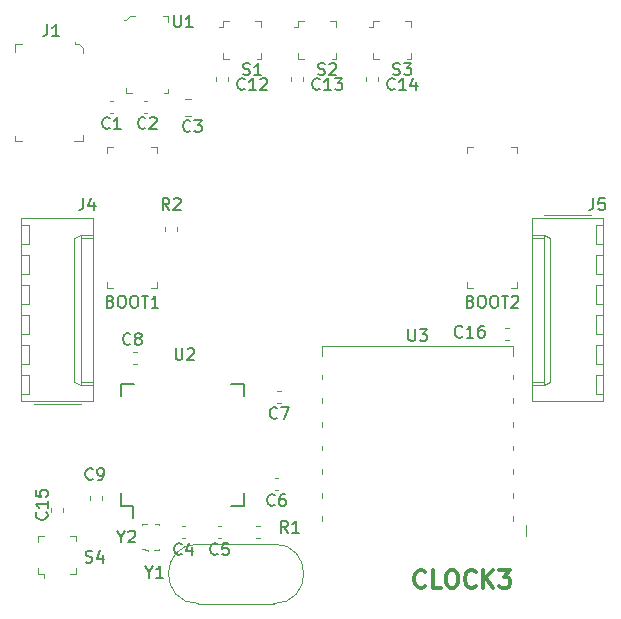
<source format=gto>
G04 #@! TF.GenerationSoftware,KiCad,Pcbnew,(5.0.1-dev-5-g30da1a3b0)*
G04 #@! TF.CreationDate,2018-07-23T01:39:50-07:00*
G04 #@! TF.ProjectId,clock3,636C6F636B332E6B696361645F706362,rev?*
G04 #@! TF.SameCoordinates,Original*
G04 #@! TF.FileFunction,Legend,Top*
G04 #@! TF.FilePolarity,Positive*
%FSLAX46Y46*%
G04 Gerber Fmt 4.6, Leading zero omitted, Abs format (unit mm)*
G04 Created by KiCad (PCBNEW (5.0.1-dev-5-g30da1a3b0)) date Mon Jul 23 01:39:50 2018*
%MOMM*%
%LPD*%
G01*
G04 APERTURE LIST*
%ADD10C,0.300000*%
%ADD11C,0.100000*%
%ADD12C,0.120000*%
%ADD13C,0.150000*%
G04 APERTURE END LIST*
D10*
X136557142Y-124995714D02*
X136485714Y-125067142D01*
X136271428Y-125138571D01*
X136128571Y-125138571D01*
X135914285Y-125067142D01*
X135771428Y-124924285D01*
X135700000Y-124781428D01*
X135628571Y-124495714D01*
X135628571Y-124281428D01*
X135700000Y-123995714D01*
X135771428Y-123852857D01*
X135914285Y-123710000D01*
X136128571Y-123638571D01*
X136271428Y-123638571D01*
X136485714Y-123710000D01*
X136557142Y-123781428D01*
X137914285Y-125138571D02*
X137200000Y-125138571D01*
X137200000Y-123638571D01*
X138700000Y-123638571D02*
X138985714Y-123638571D01*
X139128571Y-123710000D01*
X139271428Y-123852857D01*
X139342857Y-124138571D01*
X139342857Y-124638571D01*
X139271428Y-124924285D01*
X139128571Y-125067142D01*
X138985714Y-125138571D01*
X138700000Y-125138571D01*
X138557142Y-125067142D01*
X138414285Y-124924285D01*
X138342857Y-124638571D01*
X138342857Y-124138571D01*
X138414285Y-123852857D01*
X138557142Y-123710000D01*
X138700000Y-123638571D01*
X140842857Y-124995714D02*
X140771428Y-125067142D01*
X140557142Y-125138571D01*
X140414285Y-125138571D01*
X140200000Y-125067142D01*
X140057142Y-124924285D01*
X139985714Y-124781428D01*
X139914285Y-124495714D01*
X139914285Y-124281428D01*
X139985714Y-123995714D01*
X140057142Y-123852857D01*
X140200000Y-123710000D01*
X140414285Y-123638571D01*
X140557142Y-123638571D01*
X140771428Y-123710000D01*
X140842857Y-123781428D01*
X141485714Y-125138571D02*
X141485714Y-123638571D01*
X142342857Y-125138571D02*
X141700000Y-124281428D01*
X142342857Y-123638571D02*
X141485714Y-124495714D01*
X142842857Y-123638571D02*
X143771428Y-123638571D01*
X143271428Y-124210000D01*
X143485714Y-124210000D01*
X143628571Y-124281428D01*
X143700000Y-124352857D01*
X143771428Y-124495714D01*
X143771428Y-124852857D01*
X143700000Y-124995714D01*
X143628571Y-125067142D01*
X143485714Y-125138571D01*
X143057142Y-125138571D01*
X142914285Y-125067142D01*
X142842857Y-124995714D01*
D11*
G04 #@! TO.C,BOOT1*
X109660000Y-99740000D02*
X109660000Y-99240000D01*
X109660000Y-99740000D02*
X110160000Y-99740000D01*
X109660000Y-87840000D02*
X109660000Y-88340000D01*
X109660000Y-87840000D02*
X110160000Y-87840000D01*
X113860000Y-87840000D02*
X113860000Y-88340000D01*
X113860000Y-87840000D02*
X113360000Y-87840000D01*
X113860000Y-99740000D02*
X113360000Y-99740000D01*
X113860000Y-99740000D02*
X113860000Y-99240000D01*
G04 #@! TO.C,BOOT2*
X144340000Y-99740000D02*
X144340000Y-99240000D01*
X144340000Y-99740000D02*
X143840000Y-99740000D01*
X144340000Y-87840000D02*
X143840000Y-87840000D01*
X144340000Y-87840000D02*
X144340000Y-88340000D01*
X140140000Y-87840000D02*
X140640000Y-87840000D01*
X140140000Y-87840000D02*
X140140000Y-88340000D01*
X140140000Y-99740000D02*
X140640000Y-99740000D01*
X140140000Y-99740000D02*
X140140000Y-99240000D01*
D12*
G04 #@! TO.C,C1*
X109844721Y-84965000D02*
X110170279Y-84965000D01*
X109844721Y-83945000D02*
X110170279Y-83945000D01*
G04 #@! TO.C,C2*
X113040279Y-84965000D02*
X112714721Y-84965000D01*
X113040279Y-83945000D02*
X112714721Y-83945000D01*
G04 #@! TO.C,C3*
X116248922Y-83745000D02*
X116766078Y-83745000D01*
X116248922Y-85165000D02*
X116766078Y-85165000D01*
G04 #@! TO.C,C4*
X115940721Y-120906000D02*
X116266279Y-120906000D01*
X115940721Y-119886000D02*
X116266279Y-119886000D01*
G04 #@! TO.C,C5*
X119314279Y-120906000D02*
X118988721Y-120906000D01*
X119314279Y-119886000D02*
X118988721Y-119886000D01*
G04 #@! TO.C,C6*
X124140279Y-115822000D02*
X123814721Y-115822000D01*
X124140279Y-116842000D02*
X123814721Y-116842000D01*
G04 #@! TO.C,C7*
X124343279Y-109476000D02*
X124017721Y-109476000D01*
X124343279Y-108456000D02*
X124017721Y-108456000D01*
G04 #@! TO.C,C8*
X112151279Y-105154000D02*
X111825721Y-105154000D01*
X112151279Y-106174000D02*
X111825721Y-106174000D01*
G04 #@! TO.C,C9*
X109222000Y-117413721D02*
X109222000Y-117739279D01*
X108202000Y-117413721D02*
X108202000Y-117739279D01*
G04 #@! TO.C,C12*
X118870000Y-81904721D02*
X118870000Y-82230279D01*
X119890000Y-81904721D02*
X119890000Y-82230279D01*
G04 #@! TO.C,C13*
X126240000Y-81904721D02*
X126240000Y-82230279D01*
X125220000Y-81904721D02*
X125220000Y-82230279D01*
G04 #@! TO.C,C14*
X131570000Y-81904721D02*
X131570000Y-82230279D01*
X132590000Y-81904721D02*
X132590000Y-82230279D01*
G04 #@! TO.C,C15*
X104900000Y-118755279D02*
X104900000Y-118429721D01*
X105920000Y-118755279D02*
X105920000Y-118429721D01*
G04 #@! TO.C,C16*
X143321721Y-103122000D02*
X143647279Y-103122000D01*
X143321721Y-104142000D02*
X143647279Y-104142000D01*
D11*
G04 #@! TO.C,J1*
X102415000Y-79115000D02*
X101865000Y-79115000D01*
X101865000Y-79115000D02*
X101865000Y-79765000D01*
X102465000Y-87315000D02*
X101865000Y-87315000D01*
X101865000Y-87315000D02*
X101865000Y-86915000D01*
X107565000Y-86815000D02*
X107565000Y-87315000D01*
X107565000Y-87315000D02*
X106865000Y-87315000D01*
X107565000Y-79865000D02*
X107565000Y-79415000D01*
X107565000Y-79415000D02*
X107215000Y-79115000D01*
X107215000Y-79115000D02*
X106915000Y-79115000D01*
X106915000Y-79115000D02*
X106915000Y-78965000D01*
D12*
G04 #@! TO.C,J4*
X102980000Y-94450000D02*
X102380000Y-94450000D01*
X102980000Y-96050000D02*
X102980000Y-94450000D01*
X102380000Y-96050000D02*
X102980000Y-96050000D01*
X102980000Y-96990000D02*
X102380000Y-96990000D01*
X102980000Y-98590000D02*
X102980000Y-96990000D01*
X102380000Y-98590000D02*
X102980000Y-98590000D01*
X102980000Y-99530000D02*
X102380000Y-99530000D01*
X102980000Y-101130000D02*
X102980000Y-99530000D01*
X102380000Y-101130000D02*
X102980000Y-101130000D01*
X102980000Y-102070000D02*
X102380000Y-102070000D01*
X102980000Y-103670000D02*
X102980000Y-102070000D01*
X102380000Y-103670000D02*
X102980000Y-103670000D01*
X102980000Y-104610000D02*
X102380000Y-104610000D01*
X102980000Y-106210000D02*
X102980000Y-104610000D01*
X102380000Y-106210000D02*
X102980000Y-106210000D01*
X102980000Y-107150000D02*
X102380000Y-107150000D01*
X102980000Y-108750000D02*
X102980000Y-107150000D01*
X102380000Y-108750000D02*
X102980000Y-108750000D01*
X108400000Y-95500000D02*
X107400000Y-95500000D01*
X108400000Y-107700000D02*
X107400000Y-107700000D01*
X106870000Y-95500000D02*
X107400000Y-95250000D01*
X106870000Y-107700000D02*
X106870000Y-95500000D01*
X107400000Y-107950000D02*
X106870000Y-107700000D01*
X107400000Y-95250000D02*
X108400000Y-95250000D01*
X107400000Y-107950000D02*
X107400000Y-95250000D01*
X108400000Y-107950000D02*
X107400000Y-107950000D01*
X103410000Y-109620000D02*
X107410000Y-109620000D01*
X102380000Y-93870000D02*
X102380000Y-109330000D01*
X108400000Y-93870000D02*
X102380000Y-93870000D01*
X108400000Y-109330000D02*
X108400000Y-93870000D01*
X102380000Y-109330000D02*
X108400000Y-109330000D01*
G04 #@! TO.C,J5*
X151620000Y-93870000D02*
X145600000Y-93870000D01*
X145600000Y-93870000D02*
X145600000Y-109330000D01*
X145600000Y-109330000D02*
X151620000Y-109330000D01*
X151620000Y-109330000D02*
X151620000Y-93870000D01*
X150590000Y-93580000D02*
X146590000Y-93580000D01*
X145600000Y-95250000D02*
X146600000Y-95250000D01*
X146600000Y-95250000D02*
X146600000Y-107950000D01*
X146600000Y-107950000D02*
X145600000Y-107950000D01*
X146600000Y-95250000D02*
X147130000Y-95500000D01*
X147130000Y-95500000D02*
X147130000Y-107700000D01*
X147130000Y-107700000D02*
X146600000Y-107950000D01*
X145600000Y-95500000D02*
X146600000Y-95500000D01*
X145600000Y-107700000D02*
X146600000Y-107700000D01*
X151620000Y-94450000D02*
X151020000Y-94450000D01*
X151020000Y-94450000D02*
X151020000Y-96050000D01*
X151020000Y-96050000D02*
X151620000Y-96050000D01*
X151620000Y-96990000D02*
X151020000Y-96990000D01*
X151020000Y-96990000D02*
X151020000Y-98590000D01*
X151020000Y-98590000D02*
X151620000Y-98590000D01*
X151620000Y-99530000D02*
X151020000Y-99530000D01*
X151020000Y-99530000D02*
X151020000Y-101130000D01*
X151020000Y-101130000D02*
X151620000Y-101130000D01*
X151620000Y-102070000D02*
X151020000Y-102070000D01*
X151020000Y-102070000D02*
X151020000Y-103670000D01*
X151020000Y-103670000D02*
X151620000Y-103670000D01*
X151620000Y-104610000D02*
X151020000Y-104610000D01*
X151020000Y-104610000D02*
X151020000Y-106210000D01*
X151020000Y-106210000D02*
X151620000Y-106210000D01*
X151620000Y-107150000D02*
X151020000Y-107150000D01*
X151020000Y-107150000D02*
X151020000Y-108750000D01*
X151020000Y-108750000D02*
X151620000Y-108750000D01*
G04 #@! TO.C,R1*
X122565279Y-119886000D02*
X122239721Y-119886000D01*
X122565279Y-120906000D02*
X122239721Y-120906000D01*
G04 #@! TO.C,R2*
X114552000Y-94604721D02*
X114552000Y-94930279D01*
X115572000Y-94604721D02*
X115572000Y-94930279D01*
D11*
G04 #@! TO.C,S1*
X119480000Y-80340000D02*
X119480000Y-79840000D01*
X119480000Y-80340000D02*
X119980000Y-80340000D01*
X122680000Y-80340000D02*
X122280000Y-80340000D01*
X122680000Y-80340000D02*
X122680000Y-79840000D01*
X122680000Y-77140000D02*
X122680000Y-77640000D01*
X122680000Y-77140000D02*
X122180000Y-77140000D01*
X119480000Y-77140000D02*
X119480000Y-77640000D01*
X119480000Y-77640000D02*
X119080000Y-77640000D01*
X119480000Y-77140000D02*
X119980000Y-77140000D01*
G04 #@! TO.C,S2*
X125830000Y-77140000D02*
X126330000Y-77140000D01*
X125830000Y-77640000D02*
X125430000Y-77640000D01*
X125830000Y-77140000D02*
X125830000Y-77640000D01*
X129030000Y-77140000D02*
X128530000Y-77140000D01*
X129030000Y-77140000D02*
X129030000Y-77640000D01*
X129030000Y-80340000D02*
X129030000Y-79840000D01*
X129030000Y-80340000D02*
X128630000Y-80340000D01*
X125830000Y-80340000D02*
X126330000Y-80340000D01*
X125830000Y-80340000D02*
X125830000Y-79840000D01*
G04 #@! TO.C,S3*
X132180000Y-77140000D02*
X132680000Y-77140000D01*
X132180000Y-77640000D02*
X131780000Y-77640000D01*
X132180000Y-77140000D02*
X132180000Y-77640000D01*
X135380000Y-77140000D02*
X134880000Y-77140000D01*
X135380000Y-77140000D02*
X135380000Y-77640000D01*
X135380000Y-80340000D02*
X135380000Y-79840000D01*
X135380000Y-80340000D02*
X134980000Y-80340000D01*
X132180000Y-80340000D02*
X132680000Y-80340000D01*
X132180000Y-80340000D02*
X132180000Y-79840000D01*
G04 #@! TO.C,S4*
X107010000Y-123950000D02*
X106510000Y-123950000D01*
X107010000Y-123950000D02*
X107010000Y-123450000D01*
X107010000Y-120750000D02*
X107010000Y-121150000D01*
X107010000Y-120750000D02*
X106510000Y-120750000D01*
X103810000Y-120750000D02*
X104310000Y-120750000D01*
X103810000Y-120750000D02*
X103810000Y-121250000D01*
X103810000Y-123950000D02*
X104310000Y-123950000D01*
X104310000Y-123950000D02*
X104310000Y-124350000D01*
X103810000Y-123950000D02*
X103810000Y-123450000D01*
G04 #@! TO.C,U1*
X112030000Y-76735000D02*
X111555000Y-76735000D01*
X111555000Y-76735000D02*
X111230000Y-77035000D01*
X111230000Y-77035000D02*
X111035000Y-77035000D01*
X111705000Y-83285000D02*
X111230000Y-83285000D01*
X111230000Y-83285000D02*
X111230000Y-82835000D01*
X114780000Y-77235000D02*
X114780000Y-76735000D01*
X114780000Y-76735000D02*
X114380000Y-76735000D01*
X114780000Y-82910000D02*
X114780000Y-83285000D01*
X114780000Y-83285000D02*
X114480000Y-83285000D01*
D13*
G04 #@! TO.C,U2*
X110843000Y-118205000D02*
X111843000Y-118205000D01*
X110843000Y-107855000D02*
X111918000Y-107855000D01*
X121193000Y-107855000D02*
X120118000Y-107855000D01*
X121193000Y-118205000D02*
X120118000Y-118205000D01*
X110843000Y-118205000D02*
X110843000Y-117130000D01*
X121193000Y-118205000D02*
X121193000Y-117130000D01*
X121193000Y-107855000D02*
X121193000Y-108930000D01*
X110843000Y-107855000D02*
X110843000Y-108930000D01*
X111843000Y-118205000D02*
X111843000Y-119230000D01*
D12*
G04 #@! TO.C,U3*
X127790000Y-119100000D02*
X127790000Y-119500000D01*
X144030000Y-119100000D02*
X144030000Y-119500000D01*
X127790000Y-117100000D02*
X127790000Y-117500000D01*
X144030000Y-117100000D02*
X144030000Y-117500000D01*
X127790000Y-115100000D02*
X127790000Y-115500000D01*
X144030000Y-115100000D02*
X144030000Y-115500000D01*
X127790000Y-113100000D02*
X127790000Y-113500000D01*
X144030000Y-113100000D02*
X144030000Y-113500000D01*
X127790000Y-111100000D02*
X127790000Y-111500000D01*
X144030000Y-111100000D02*
X144030000Y-111500000D01*
X127790000Y-109100000D02*
X127790000Y-109500000D01*
X144030000Y-109100000D02*
X144030000Y-109500000D01*
X127790000Y-107100000D02*
X127790000Y-107500000D01*
X144030000Y-107100000D02*
X144030000Y-107500000D01*
X145060000Y-120800000D02*
X145060000Y-119800000D01*
X144030000Y-104680000D02*
X144030000Y-105500000D01*
X127790000Y-104680000D02*
X144030000Y-104680000D01*
X127790000Y-105500000D02*
X127790000Y-104680000D01*
G04 #@! TO.C,Y1*
X123750000Y-126477000D02*
X117350000Y-126477000D01*
X123750000Y-121427000D02*
X117350000Y-121427000D01*
X123750000Y-121427000D02*
G75*
G02X123750000Y-126477000I0J-2525000D01*
G01*
X117350000Y-121427000D02*
G75*
G03X117350000Y-126477000I0J-2525000D01*
G01*
D11*
G04 #@! TO.C,Y2*
X113084000Y-121942000D02*
X113084000Y-122042000D01*
X112584000Y-121842000D02*
X112784000Y-121842000D01*
X112784000Y-121842000D02*
X112884000Y-121942000D01*
X112884000Y-121942000D02*
X113084000Y-121942000D01*
X113984000Y-121842000D02*
X113984000Y-121942000D01*
X113984000Y-121942000D02*
X113584000Y-121942000D01*
X113984000Y-119842000D02*
X113984000Y-119742000D01*
X113984000Y-119742000D02*
X113684000Y-119742000D01*
X112584000Y-119842000D02*
X112584000Y-119742000D01*
X112584000Y-119742000D02*
X112984000Y-119742000D01*
G04 #@! TO.C,BOOT1*
D13*
X109926666Y-100893571D02*
X110069523Y-100941190D01*
X110117142Y-100988809D01*
X110164761Y-101084047D01*
X110164761Y-101226904D01*
X110117142Y-101322142D01*
X110069523Y-101369761D01*
X109974285Y-101417380D01*
X109593333Y-101417380D01*
X109593333Y-100417380D01*
X109926666Y-100417380D01*
X110021904Y-100465000D01*
X110069523Y-100512619D01*
X110117142Y-100607857D01*
X110117142Y-100703095D01*
X110069523Y-100798333D01*
X110021904Y-100845952D01*
X109926666Y-100893571D01*
X109593333Y-100893571D01*
X110783809Y-100417380D02*
X110974285Y-100417380D01*
X111069523Y-100465000D01*
X111164761Y-100560238D01*
X111212380Y-100750714D01*
X111212380Y-101084047D01*
X111164761Y-101274523D01*
X111069523Y-101369761D01*
X110974285Y-101417380D01*
X110783809Y-101417380D01*
X110688571Y-101369761D01*
X110593333Y-101274523D01*
X110545714Y-101084047D01*
X110545714Y-100750714D01*
X110593333Y-100560238D01*
X110688571Y-100465000D01*
X110783809Y-100417380D01*
X111831428Y-100417380D02*
X112021904Y-100417380D01*
X112117142Y-100465000D01*
X112212380Y-100560238D01*
X112260000Y-100750714D01*
X112260000Y-101084047D01*
X112212380Y-101274523D01*
X112117142Y-101369761D01*
X112021904Y-101417380D01*
X111831428Y-101417380D01*
X111736190Y-101369761D01*
X111640952Y-101274523D01*
X111593333Y-101084047D01*
X111593333Y-100750714D01*
X111640952Y-100560238D01*
X111736190Y-100465000D01*
X111831428Y-100417380D01*
X112545714Y-100417380D02*
X113117142Y-100417380D01*
X112831428Y-101417380D02*
X112831428Y-100417380D01*
X113974285Y-101417380D02*
X113402857Y-101417380D01*
X113688571Y-101417380D02*
X113688571Y-100417380D01*
X113593333Y-100560238D01*
X113498095Y-100655476D01*
X113402857Y-100703095D01*
G04 #@! TO.C,BOOT2*
X140406666Y-100893571D02*
X140549523Y-100941190D01*
X140597142Y-100988809D01*
X140644761Y-101084047D01*
X140644761Y-101226904D01*
X140597142Y-101322142D01*
X140549523Y-101369761D01*
X140454285Y-101417380D01*
X140073333Y-101417380D01*
X140073333Y-100417380D01*
X140406666Y-100417380D01*
X140501904Y-100465000D01*
X140549523Y-100512619D01*
X140597142Y-100607857D01*
X140597142Y-100703095D01*
X140549523Y-100798333D01*
X140501904Y-100845952D01*
X140406666Y-100893571D01*
X140073333Y-100893571D01*
X141263809Y-100417380D02*
X141454285Y-100417380D01*
X141549523Y-100465000D01*
X141644761Y-100560238D01*
X141692380Y-100750714D01*
X141692380Y-101084047D01*
X141644761Y-101274523D01*
X141549523Y-101369761D01*
X141454285Y-101417380D01*
X141263809Y-101417380D01*
X141168571Y-101369761D01*
X141073333Y-101274523D01*
X141025714Y-101084047D01*
X141025714Y-100750714D01*
X141073333Y-100560238D01*
X141168571Y-100465000D01*
X141263809Y-100417380D01*
X142311428Y-100417380D02*
X142501904Y-100417380D01*
X142597142Y-100465000D01*
X142692380Y-100560238D01*
X142740000Y-100750714D01*
X142740000Y-101084047D01*
X142692380Y-101274523D01*
X142597142Y-101369761D01*
X142501904Y-101417380D01*
X142311428Y-101417380D01*
X142216190Y-101369761D01*
X142120952Y-101274523D01*
X142073333Y-101084047D01*
X142073333Y-100750714D01*
X142120952Y-100560238D01*
X142216190Y-100465000D01*
X142311428Y-100417380D01*
X143025714Y-100417380D02*
X143597142Y-100417380D01*
X143311428Y-101417380D02*
X143311428Y-100417380D01*
X143882857Y-100512619D02*
X143930476Y-100465000D01*
X144025714Y-100417380D01*
X144263809Y-100417380D01*
X144359047Y-100465000D01*
X144406666Y-100512619D01*
X144454285Y-100607857D01*
X144454285Y-100703095D01*
X144406666Y-100845952D01*
X143835238Y-101417380D01*
X144454285Y-101417380D01*
G04 #@! TO.C,C1*
X109840833Y-86209142D02*
X109793214Y-86256761D01*
X109650357Y-86304380D01*
X109555119Y-86304380D01*
X109412261Y-86256761D01*
X109317023Y-86161523D01*
X109269404Y-86066285D01*
X109221785Y-85875809D01*
X109221785Y-85732952D01*
X109269404Y-85542476D01*
X109317023Y-85447238D01*
X109412261Y-85352000D01*
X109555119Y-85304380D01*
X109650357Y-85304380D01*
X109793214Y-85352000D01*
X109840833Y-85399619D01*
X110793214Y-86304380D02*
X110221785Y-86304380D01*
X110507500Y-86304380D02*
X110507500Y-85304380D01*
X110412261Y-85447238D01*
X110317023Y-85542476D01*
X110221785Y-85590095D01*
G04 #@! TO.C,C2*
X112863333Y-86209142D02*
X112815714Y-86256761D01*
X112672857Y-86304380D01*
X112577619Y-86304380D01*
X112434761Y-86256761D01*
X112339523Y-86161523D01*
X112291904Y-86066285D01*
X112244285Y-85875809D01*
X112244285Y-85732952D01*
X112291904Y-85542476D01*
X112339523Y-85447238D01*
X112434761Y-85352000D01*
X112577619Y-85304380D01*
X112672857Y-85304380D01*
X112815714Y-85352000D01*
X112863333Y-85399619D01*
X113244285Y-85399619D02*
X113291904Y-85352000D01*
X113387142Y-85304380D01*
X113625238Y-85304380D01*
X113720476Y-85352000D01*
X113768095Y-85399619D01*
X113815714Y-85494857D01*
X113815714Y-85590095D01*
X113768095Y-85732952D01*
X113196666Y-86304380D01*
X113815714Y-86304380D01*
G04 #@! TO.C,C3*
X116673333Y-86463142D02*
X116625714Y-86510761D01*
X116482857Y-86558380D01*
X116387619Y-86558380D01*
X116244761Y-86510761D01*
X116149523Y-86415523D01*
X116101904Y-86320285D01*
X116054285Y-86129809D01*
X116054285Y-85986952D01*
X116101904Y-85796476D01*
X116149523Y-85701238D01*
X116244761Y-85606000D01*
X116387619Y-85558380D01*
X116482857Y-85558380D01*
X116625714Y-85606000D01*
X116673333Y-85653619D01*
X117006666Y-85558380D02*
X117625714Y-85558380D01*
X117292380Y-85939333D01*
X117435238Y-85939333D01*
X117530476Y-85986952D01*
X117578095Y-86034571D01*
X117625714Y-86129809D01*
X117625714Y-86367904D01*
X117578095Y-86463142D01*
X117530476Y-86510761D01*
X117435238Y-86558380D01*
X117149523Y-86558380D01*
X117054285Y-86510761D01*
X117006666Y-86463142D01*
G04 #@! TO.C,C4*
X115936833Y-122277142D02*
X115889214Y-122324761D01*
X115746357Y-122372380D01*
X115651119Y-122372380D01*
X115508261Y-122324761D01*
X115413023Y-122229523D01*
X115365404Y-122134285D01*
X115317785Y-121943809D01*
X115317785Y-121800952D01*
X115365404Y-121610476D01*
X115413023Y-121515238D01*
X115508261Y-121420000D01*
X115651119Y-121372380D01*
X115746357Y-121372380D01*
X115889214Y-121420000D01*
X115936833Y-121467619D01*
X116793976Y-121705714D02*
X116793976Y-122372380D01*
X116555880Y-121324761D02*
X116317785Y-122039047D01*
X116936833Y-122039047D01*
G04 #@! TO.C,C5*
X118984833Y-122277142D02*
X118937214Y-122324761D01*
X118794357Y-122372380D01*
X118699119Y-122372380D01*
X118556261Y-122324761D01*
X118461023Y-122229523D01*
X118413404Y-122134285D01*
X118365785Y-121943809D01*
X118365785Y-121800952D01*
X118413404Y-121610476D01*
X118461023Y-121515238D01*
X118556261Y-121420000D01*
X118699119Y-121372380D01*
X118794357Y-121372380D01*
X118937214Y-121420000D01*
X118984833Y-121467619D01*
X119889595Y-121372380D02*
X119413404Y-121372380D01*
X119365785Y-121848571D01*
X119413404Y-121800952D01*
X119508642Y-121753333D01*
X119746738Y-121753333D01*
X119841976Y-121800952D01*
X119889595Y-121848571D01*
X119937214Y-121943809D01*
X119937214Y-122181904D01*
X119889595Y-122277142D01*
X119841976Y-122324761D01*
X119746738Y-122372380D01*
X119508642Y-122372380D01*
X119413404Y-122324761D01*
X119365785Y-122277142D01*
G04 #@! TO.C,C6*
X123810833Y-118119142D02*
X123763214Y-118166761D01*
X123620357Y-118214380D01*
X123525119Y-118214380D01*
X123382261Y-118166761D01*
X123287023Y-118071523D01*
X123239404Y-117976285D01*
X123191785Y-117785809D01*
X123191785Y-117642952D01*
X123239404Y-117452476D01*
X123287023Y-117357238D01*
X123382261Y-117262000D01*
X123525119Y-117214380D01*
X123620357Y-117214380D01*
X123763214Y-117262000D01*
X123810833Y-117309619D01*
X124667976Y-117214380D02*
X124477500Y-117214380D01*
X124382261Y-117262000D01*
X124334642Y-117309619D01*
X124239404Y-117452476D01*
X124191785Y-117642952D01*
X124191785Y-118023904D01*
X124239404Y-118119142D01*
X124287023Y-118166761D01*
X124382261Y-118214380D01*
X124572738Y-118214380D01*
X124667976Y-118166761D01*
X124715595Y-118119142D01*
X124763214Y-118023904D01*
X124763214Y-117785809D01*
X124715595Y-117690571D01*
X124667976Y-117642952D01*
X124572738Y-117595333D01*
X124382261Y-117595333D01*
X124287023Y-117642952D01*
X124239404Y-117690571D01*
X124191785Y-117785809D01*
G04 #@! TO.C,C7*
X124013833Y-110753142D02*
X123966214Y-110800761D01*
X123823357Y-110848380D01*
X123728119Y-110848380D01*
X123585261Y-110800761D01*
X123490023Y-110705523D01*
X123442404Y-110610285D01*
X123394785Y-110419809D01*
X123394785Y-110276952D01*
X123442404Y-110086476D01*
X123490023Y-109991238D01*
X123585261Y-109896000D01*
X123728119Y-109848380D01*
X123823357Y-109848380D01*
X123966214Y-109896000D01*
X124013833Y-109943619D01*
X124347166Y-109848380D02*
X125013833Y-109848380D01*
X124585261Y-110848380D01*
G04 #@! TO.C,C8*
X111593333Y-104497142D02*
X111545714Y-104544761D01*
X111402857Y-104592380D01*
X111307619Y-104592380D01*
X111164761Y-104544761D01*
X111069523Y-104449523D01*
X111021904Y-104354285D01*
X110974285Y-104163809D01*
X110974285Y-104020952D01*
X111021904Y-103830476D01*
X111069523Y-103735238D01*
X111164761Y-103640000D01*
X111307619Y-103592380D01*
X111402857Y-103592380D01*
X111545714Y-103640000D01*
X111593333Y-103687619D01*
X112164761Y-104020952D02*
X112069523Y-103973333D01*
X112021904Y-103925714D01*
X111974285Y-103830476D01*
X111974285Y-103782857D01*
X112021904Y-103687619D01*
X112069523Y-103640000D01*
X112164761Y-103592380D01*
X112355238Y-103592380D01*
X112450476Y-103640000D01*
X112498095Y-103687619D01*
X112545714Y-103782857D01*
X112545714Y-103830476D01*
X112498095Y-103925714D01*
X112450476Y-103973333D01*
X112355238Y-104020952D01*
X112164761Y-104020952D01*
X112069523Y-104068571D01*
X112021904Y-104116190D01*
X111974285Y-104211428D01*
X111974285Y-104401904D01*
X112021904Y-104497142D01*
X112069523Y-104544761D01*
X112164761Y-104592380D01*
X112355238Y-104592380D01*
X112450476Y-104544761D01*
X112498095Y-104497142D01*
X112545714Y-104401904D01*
X112545714Y-104211428D01*
X112498095Y-104116190D01*
X112450476Y-104068571D01*
X112355238Y-104020952D01*
G04 #@! TO.C,C9*
X108418333Y-115927142D02*
X108370714Y-115974761D01*
X108227857Y-116022380D01*
X108132619Y-116022380D01*
X107989761Y-115974761D01*
X107894523Y-115879523D01*
X107846904Y-115784285D01*
X107799285Y-115593809D01*
X107799285Y-115450952D01*
X107846904Y-115260476D01*
X107894523Y-115165238D01*
X107989761Y-115070000D01*
X108132619Y-115022380D01*
X108227857Y-115022380D01*
X108370714Y-115070000D01*
X108418333Y-115117619D01*
X108894523Y-116022380D02*
X109085000Y-116022380D01*
X109180238Y-115974761D01*
X109227857Y-115927142D01*
X109323095Y-115784285D01*
X109370714Y-115593809D01*
X109370714Y-115212857D01*
X109323095Y-115117619D01*
X109275476Y-115070000D01*
X109180238Y-115022380D01*
X108989761Y-115022380D01*
X108894523Y-115070000D01*
X108846904Y-115117619D01*
X108799285Y-115212857D01*
X108799285Y-115450952D01*
X108846904Y-115546190D01*
X108894523Y-115593809D01*
X108989761Y-115641428D01*
X109180238Y-115641428D01*
X109275476Y-115593809D01*
X109323095Y-115546190D01*
X109370714Y-115450952D01*
G04 #@! TO.C,C12*
X121277142Y-82907142D02*
X121229523Y-82954761D01*
X121086666Y-83002380D01*
X120991428Y-83002380D01*
X120848571Y-82954761D01*
X120753333Y-82859523D01*
X120705714Y-82764285D01*
X120658095Y-82573809D01*
X120658095Y-82430952D01*
X120705714Y-82240476D01*
X120753333Y-82145238D01*
X120848571Y-82050000D01*
X120991428Y-82002380D01*
X121086666Y-82002380D01*
X121229523Y-82050000D01*
X121277142Y-82097619D01*
X122229523Y-83002380D02*
X121658095Y-83002380D01*
X121943809Y-83002380D02*
X121943809Y-82002380D01*
X121848571Y-82145238D01*
X121753333Y-82240476D01*
X121658095Y-82288095D01*
X122610476Y-82097619D02*
X122658095Y-82050000D01*
X122753333Y-82002380D01*
X122991428Y-82002380D01*
X123086666Y-82050000D01*
X123134285Y-82097619D01*
X123181904Y-82192857D01*
X123181904Y-82288095D01*
X123134285Y-82430952D01*
X122562857Y-83002380D01*
X123181904Y-83002380D01*
G04 #@! TO.C,C13*
X127627142Y-82907142D02*
X127579523Y-82954761D01*
X127436666Y-83002380D01*
X127341428Y-83002380D01*
X127198571Y-82954761D01*
X127103333Y-82859523D01*
X127055714Y-82764285D01*
X127008095Y-82573809D01*
X127008095Y-82430952D01*
X127055714Y-82240476D01*
X127103333Y-82145238D01*
X127198571Y-82050000D01*
X127341428Y-82002380D01*
X127436666Y-82002380D01*
X127579523Y-82050000D01*
X127627142Y-82097619D01*
X128579523Y-83002380D02*
X128008095Y-83002380D01*
X128293809Y-83002380D02*
X128293809Y-82002380D01*
X128198571Y-82145238D01*
X128103333Y-82240476D01*
X128008095Y-82288095D01*
X128912857Y-82002380D02*
X129531904Y-82002380D01*
X129198571Y-82383333D01*
X129341428Y-82383333D01*
X129436666Y-82430952D01*
X129484285Y-82478571D01*
X129531904Y-82573809D01*
X129531904Y-82811904D01*
X129484285Y-82907142D01*
X129436666Y-82954761D01*
X129341428Y-83002380D01*
X129055714Y-83002380D01*
X128960476Y-82954761D01*
X128912857Y-82907142D01*
G04 #@! TO.C,C14*
X133977142Y-82907142D02*
X133929523Y-82954761D01*
X133786666Y-83002380D01*
X133691428Y-83002380D01*
X133548571Y-82954761D01*
X133453333Y-82859523D01*
X133405714Y-82764285D01*
X133358095Y-82573809D01*
X133358095Y-82430952D01*
X133405714Y-82240476D01*
X133453333Y-82145238D01*
X133548571Y-82050000D01*
X133691428Y-82002380D01*
X133786666Y-82002380D01*
X133929523Y-82050000D01*
X133977142Y-82097619D01*
X134929523Y-83002380D02*
X134358095Y-83002380D01*
X134643809Y-83002380D02*
X134643809Y-82002380D01*
X134548571Y-82145238D01*
X134453333Y-82240476D01*
X134358095Y-82288095D01*
X135786666Y-82335714D02*
X135786666Y-83002380D01*
X135548571Y-81954761D02*
X135310476Y-82669047D01*
X135929523Y-82669047D01*
G04 #@! TO.C,C15*
X104497142Y-118752857D02*
X104544761Y-118800476D01*
X104592380Y-118943333D01*
X104592380Y-119038571D01*
X104544761Y-119181428D01*
X104449523Y-119276666D01*
X104354285Y-119324285D01*
X104163809Y-119371904D01*
X104020952Y-119371904D01*
X103830476Y-119324285D01*
X103735238Y-119276666D01*
X103640000Y-119181428D01*
X103592380Y-119038571D01*
X103592380Y-118943333D01*
X103640000Y-118800476D01*
X103687619Y-118752857D01*
X104592380Y-117800476D02*
X104592380Y-118371904D01*
X104592380Y-118086190D02*
X103592380Y-118086190D01*
X103735238Y-118181428D01*
X103830476Y-118276666D01*
X103878095Y-118371904D01*
X103592380Y-116895714D02*
X103592380Y-117371904D01*
X104068571Y-117419523D01*
X104020952Y-117371904D01*
X103973333Y-117276666D01*
X103973333Y-117038571D01*
X104020952Y-116943333D01*
X104068571Y-116895714D01*
X104163809Y-116848095D01*
X104401904Y-116848095D01*
X104497142Y-116895714D01*
X104544761Y-116943333D01*
X104592380Y-117038571D01*
X104592380Y-117276666D01*
X104544761Y-117371904D01*
X104497142Y-117419523D01*
G04 #@! TO.C,C16*
X139692142Y-103862142D02*
X139644523Y-103909761D01*
X139501666Y-103957380D01*
X139406428Y-103957380D01*
X139263571Y-103909761D01*
X139168333Y-103814523D01*
X139120714Y-103719285D01*
X139073095Y-103528809D01*
X139073095Y-103385952D01*
X139120714Y-103195476D01*
X139168333Y-103100238D01*
X139263571Y-103005000D01*
X139406428Y-102957380D01*
X139501666Y-102957380D01*
X139644523Y-103005000D01*
X139692142Y-103052619D01*
X140644523Y-103957380D02*
X140073095Y-103957380D01*
X140358809Y-103957380D02*
X140358809Y-102957380D01*
X140263571Y-103100238D01*
X140168333Y-103195476D01*
X140073095Y-103243095D01*
X141501666Y-102957380D02*
X141311190Y-102957380D01*
X141215952Y-103005000D01*
X141168333Y-103052619D01*
X141073095Y-103195476D01*
X141025476Y-103385952D01*
X141025476Y-103766904D01*
X141073095Y-103862142D01*
X141120714Y-103909761D01*
X141215952Y-103957380D01*
X141406428Y-103957380D01*
X141501666Y-103909761D01*
X141549285Y-103862142D01*
X141596904Y-103766904D01*
X141596904Y-103528809D01*
X141549285Y-103433571D01*
X141501666Y-103385952D01*
X141406428Y-103338333D01*
X141215952Y-103338333D01*
X141120714Y-103385952D01*
X141073095Y-103433571D01*
X141025476Y-103528809D01*
G04 #@! TO.C,J1*
X104568666Y-77430380D02*
X104568666Y-78144666D01*
X104521047Y-78287523D01*
X104425809Y-78382761D01*
X104282952Y-78430380D01*
X104187714Y-78430380D01*
X105568666Y-78430380D02*
X104997238Y-78430380D01*
X105282952Y-78430380D02*
X105282952Y-77430380D01*
X105187714Y-77573238D01*
X105092476Y-77668476D01*
X104997238Y-77716095D01*
G04 #@! TO.C,J4*
X107616666Y-92162380D02*
X107616666Y-92876666D01*
X107569047Y-93019523D01*
X107473809Y-93114761D01*
X107330952Y-93162380D01*
X107235714Y-93162380D01*
X108521428Y-92495714D02*
X108521428Y-93162380D01*
X108283333Y-92114761D02*
X108045238Y-92829047D01*
X108664285Y-92829047D01*
G04 #@! TO.C,J5*
X150796666Y-92162380D02*
X150796666Y-92876666D01*
X150749047Y-93019523D01*
X150653809Y-93114761D01*
X150510952Y-93162380D01*
X150415714Y-93162380D01*
X151749047Y-92162380D02*
X151272857Y-92162380D01*
X151225238Y-92638571D01*
X151272857Y-92590952D01*
X151368095Y-92543333D01*
X151606190Y-92543333D01*
X151701428Y-92590952D01*
X151749047Y-92638571D01*
X151796666Y-92733809D01*
X151796666Y-92971904D01*
X151749047Y-93067142D01*
X151701428Y-93114761D01*
X151606190Y-93162380D01*
X151368095Y-93162380D01*
X151272857Y-93114761D01*
X151225238Y-93067142D01*
G04 #@! TO.C,R1*
X124928333Y-120467380D02*
X124595000Y-119991190D01*
X124356904Y-120467380D02*
X124356904Y-119467380D01*
X124737857Y-119467380D01*
X124833095Y-119515000D01*
X124880714Y-119562619D01*
X124928333Y-119657857D01*
X124928333Y-119800714D01*
X124880714Y-119895952D01*
X124833095Y-119943571D01*
X124737857Y-119991190D01*
X124356904Y-119991190D01*
X125880714Y-120467380D02*
X125309285Y-120467380D01*
X125595000Y-120467380D02*
X125595000Y-119467380D01*
X125499761Y-119610238D01*
X125404523Y-119705476D01*
X125309285Y-119753095D01*
G04 #@! TO.C,R2*
X114895333Y-93162380D02*
X114562000Y-92686190D01*
X114323904Y-93162380D02*
X114323904Y-92162380D01*
X114704857Y-92162380D01*
X114800095Y-92210000D01*
X114847714Y-92257619D01*
X114895333Y-92352857D01*
X114895333Y-92495714D01*
X114847714Y-92590952D01*
X114800095Y-92638571D01*
X114704857Y-92686190D01*
X114323904Y-92686190D01*
X115276285Y-92257619D02*
X115323904Y-92210000D01*
X115419142Y-92162380D01*
X115657238Y-92162380D01*
X115752476Y-92210000D01*
X115800095Y-92257619D01*
X115847714Y-92352857D01*
X115847714Y-92448095D01*
X115800095Y-92590952D01*
X115228666Y-93162380D01*
X115847714Y-93162380D01*
G04 #@! TO.C,S1*
X121158095Y-81684761D02*
X121300952Y-81732380D01*
X121539047Y-81732380D01*
X121634285Y-81684761D01*
X121681904Y-81637142D01*
X121729523Y-81541904D01*
X121729523Y-81446666D01*
X121681904Y-81351428D01*
X121634285Y-81303809D01*
X121539047Y-81256190D01*
X121348571Y-81208571D01*
X121253333Y-81160952D01*
X121205714Y-81113333D01*
X121158095Y-81018095D01*
X121158095Y-80922857D01*
X121205714Y-80827619D01*
X121253333Y-80780000D01*
X121348571Y-80732380D01*
X121586666Y-80732380D01*
X121729523Y-80780000D01*
X122681904Y-81732380D02*
X122110476Y-81732380D01*
X122396190Y-81732380D02*
X122396190Y-80732380D01*
X122300952Y-80875238D01*
X122205714Y-80970476D01*
X122110476Y-81018095D01*
G04 #@! TO.C,S2*
X127508095Y-81684761D02*
X127650952Y-81732380D01*
X127889047Y-81732380D01*
X127984285Y-81684761D01*
X128031904Y-81637142D01*
X128079523Y-81541904D01*
X128079523Y-81446666D01*
X128031904Y-81351428D01*
X127984285Y-81303809D01*
X127889047Y-81256190D01*
X127698571Y-81208571D01*
X127603333Y-81160952D01*
X127555714Y-81113333D01*
X127508095Y-81018095D01*
X127508095Y-80922857D01*
X127555714Y-80827619D01*
X127603333Y-80780000D01*
X127698571Y-80732380D01*
X127936666Y-80732380D01*
X128079523Y-80780000D01*
X128460476Y-80827619D02*
X128508095Y-80780000D01*
X128603333Y-80732380D01*
X128841428Y-80732380D01*
X128936666Y-80780000D01*
X128984285Y-80827619D01*
X129031904Y-80922857D01*
X129031904Y-81018095D01*
X128984285Y-81160952D01*
X128412857Y-81732380D01*
X129031904Y-81732380D01*
G04 #@! TO.C,S3*
X133858095Y-81684761D02*
X134000952Y-81732380D01*
X134239047Y-81732380D01*
X134334285Y-81684761D01*
X134381904Y-81637142D01*
X134429523Y-81541904D01*
X134429523Y-81446666D01*
X134381904Y-81351428D01*
X134334285Y-81303809D01*
X134239047Y-81256190D01*
X134048571Y-81208571D01*
X133953333Y-81160952D01*
X133905714Y-81113333D01*
X133858095Y-81018095D01*
X133858095Y-80922857D01*
X133905714Y-80827619D01*
X133953333Y-80780000D01*
X134048571Y-80732380D01*
X134286666Y-80732380D01*
X134429523Y-80780000D01*
X134762857Y-80732380D02*
X135381904Y-80732380D01*
X135048571Y-81113333D01*
X135191428Y-81113333D01*
X135286666Y-81160952D01*
X135334285Y-81208571D01*
X135381904Y-81303809D01*
X135381904Y-81541904D01*
X135334285Y-81637142D01*
X135286666Y-81684761D01*
X135191428Y-81732380D01*
X134905714Y-81732380D01*
X134810476Y-81684761D01*
X134762857Y-81637142D01*
G04 #@! TO.C,S4*
X107823095Y-122959761D02*
X107965952Y-123007380D01*
X108204047Y-123007380D01*
X108299285Y-122959761D01*
X108346904Y-122912142D01*
X108394523Y-122816904D01*
X108394523Y-122721666D01*
X108346904Y-122626428D01*
X108299285Y-122578809D01*
X108204047Y-122531190D01*
X108013571Y-122483571D01*
X107918333Y-122435952D01*
X107870714Y-122388333D01*
X107823095Y-122293095D01*
X107823095Y-122197857D01*
X107870714Y-122102619D01*
X107918333Y-122055000D01*
X108013571Y-122007380D01*
X108251666Y-122007380D01*
X108394523Y-122055000D01*
X109251666Y-122340714D02*
X109251666Y-123007380D01*
X109013571Y-121959761D02*
X108775476Y-122674047D01*
X109394523Y-122674047D01*
G04 #@! TO.C,U1*
X115316095Y-76668380D02*
X115316095Y-77477904D01*
X115363714Y-77573142D01*
X115411333Y-77620761D01*
X115506571Y-77668380D01*
X115697047Y-77668380D01*
X115792285Y-77620761D01*
X115839904Y-77573142D01*
X115887523Y-77477904D01*
X115887523Y-76668380D01*
X116887523Y-77668380D02*
X116316095Y-77668380D01*
X116601809Y-77668380D02*
X116601809Y-76668380D01*
X116506571Y-76811238D01*
X116411333Y-76906476D01*
X116316095Y-76954095D01*
G04 #@! TO.C,U2*
X115443095Y-104862380D02*
X115443095Y-105671904D01*
X115490714Y-105767142D01*
X115538333Y-105814761D01*
X115633571Y-105862380D01*
X115824047Y-105862380D01*
X115919285Y-105814761D01*
X115966904Y-105767142D01*
X116014523Y-105671904D01*
X116014523Y-104862380D01*
X116443095Y-104957619D02*
X116490714Y-104910000D01*
X116585952Y-104862380D01*
X116824047Y-104862380D01*
X116919285Y-104910000D01*
X116966904Y-104957619D01*
X117014523Y-105052857D01*
X117014523Y-105148095D01*
X116966904Y-105290952D01*
X116395476Y-105862380D01*
X117014523Y-105862380D01*
G04 #@! TO.C,U3*
X135148095Y-103252380D02*
X135148095Y-104061904D01*
X135195714Y-104157142D01*
X135243333Y-104204761D01*
X135338571Y-104252380D01*
X135529047Y-104252380D01*
X135624285Y-104204761D01*
X135671904Y-104157142D01*
X135719523Y-104061904D01*
X135719523Y-103252380D01*
X136100476Y-103252380D02*
X136719523Y-103252380D01*
X136386190Y-103633333D01*
X136529047Y-103633333D01*
X136624285Y-103680952D01*
X136671904Y-103728571D01*
X136719523Y-103823809D01*
X136719523Y-104061904D01*
X136671904Y-104157142D01*
X136624285Y-104204761D01*
X136529047Y-104252380D01*
X136243333Y-104252380D01*
X136148095Y-104204761D01*
X136100476Y-104157142D01*
G04 #@! TO.C,Y1*
X113188809Y-123801190D02*
X113188809Y-124277380D01*
X112855476Y-123277380D02*
X113188809Y-123801190D01*
X113522142Y-123277380D01*
X114379285Y-124277380D02*
X113807857Y-124277380D01*
X114093571Y-124277380D02*
X114093571Y-123277380D01*
X113998333Y-123420238D01*
X113903095Y-123515476D01*
X113807857Y-123563095D01*
G04 #@! TO.C,Y2*
X110807809Y-120818190D02*
X110807809Y-121294380D01*
X110474476Y-120294380D02*
X110807809Y-120818190D01*
X111141142Y-120294380D01*
X111426857Y-120389619D02*
X111474476Y-120342000D01*
X111569714Y-120294380D01*
X111807809Y-120294380D01*
X111903047Y-120342000D01*
X111950666Y-120389619D01*
X111998285Y-120484857D01*
X111998285Y-120580095D01*
X111950666Y-120722952D01*
X111379238Y-121294380D01*
X111998285Y-121294380D01*
G04 #@! TD*
M02*

</source>
